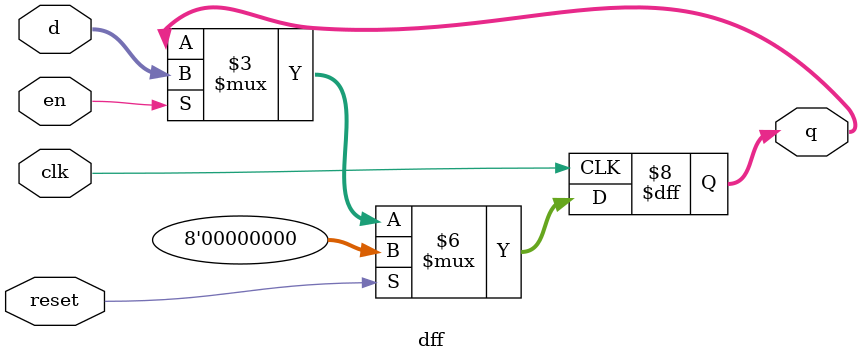
<source format=v>


// Outputs:
//
// q -- data output

parameter DATA_WIDTH = 8;

module dff (
    input clk,
    input reset,
    input en, // may not need enable signal (will need to see how design pans out)
    input [DATA_WIDTH-1:0] d,
    
    output reg [DATA_WIDTH-1:0] q
);

    always @(posedge clk) begin
        
        if (reset) begin
            q <= 0;
        end // if (reset == 1'b1)
        
        else if (en) begin
            q <= d;
        end // else if (en)

        else begin
            q <= q;
        end // else

    end // always @(posedge clk)

endmodule // dff

</source>
